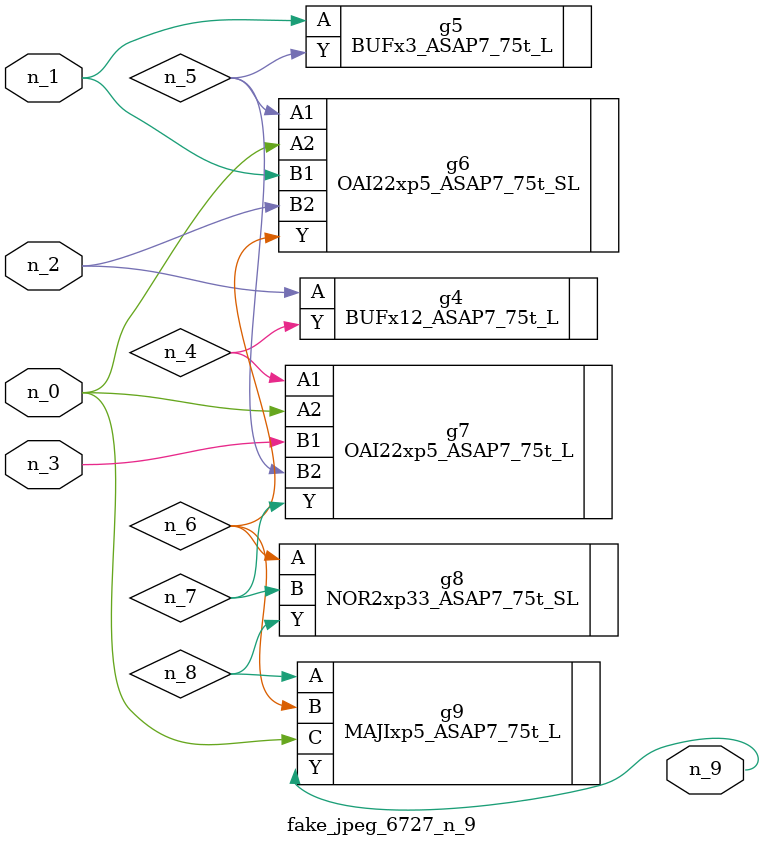
<source format=v>
module fake_jpeg_6727_n_9 (n_0, n_3, n_2, n_1, n_9);

input n_0;
input n_3;
input n_2;
input n_1;

output n_9;

wire n_4;
wire n_8;
wire n_6;
wire n_5;
wire n_7;

BUFx12_ASAP7_75t_L g4 ( 
.A(n_2),
.Y(n_4)
);

BUFx3_ASAP7_75t_L g5 ( 
.A(n_1),
.Y(n_5)
);

OAI22xp5_ASAP7_75t_SL g6 ( 
.A1(n_5),
.A2(n_0),
.B1(n_1),
.B2(n_2),
.Y(n_6)
);

NOR2xp33_ASAP7_75t_SL g8 ( 
.A(n_6),
.B(n_7),
.Y(n_8)
);

OAI22xp5_ASAP7_75t_L g7 ( 
.A1(n_4),
.A2(n_0),
.B1(n_3),
.B2(n_5),
.Y(n_7)
);

MAJIxp5_ASAP7_75t_L g9 ( 
.A(n_8),
.B(n_6),
.C(n_0),
.Y(n_9)
);


endmodule
</source>
